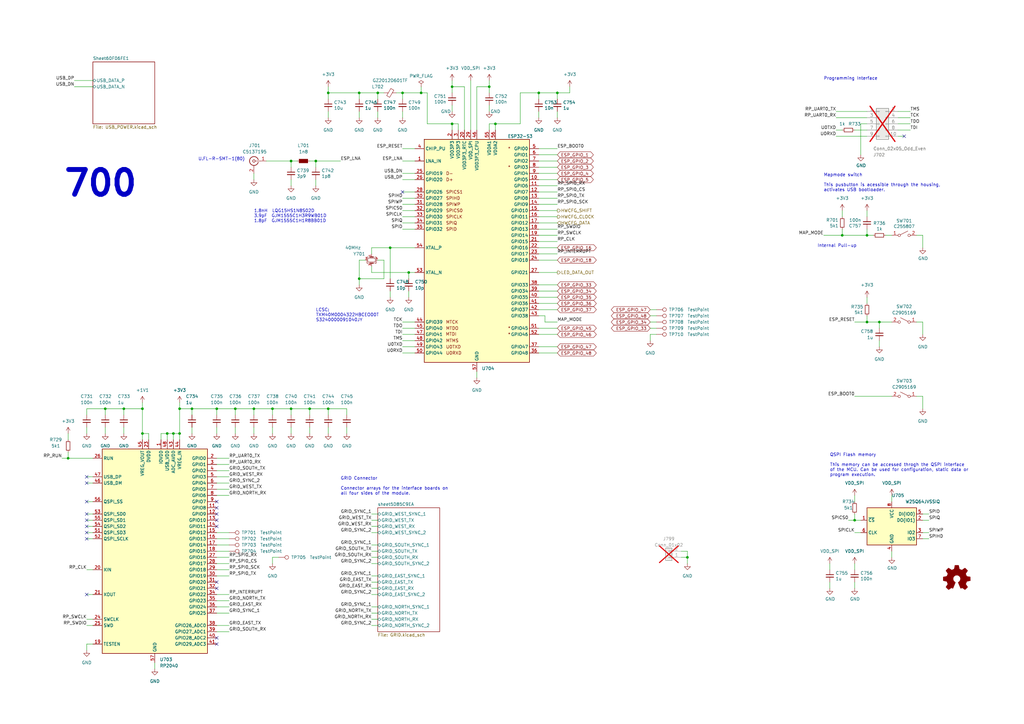
<source format=kicad_sch>
(kicad_sch (version 20230121) (generator eeschema)
  (paper "A3")
  (junction (at 88.9 167.64))
  (junction (at 129.54 66.04))
  (junction (at 220.98 38.1))
  (junction (at 71.12 177.8))
  (junction (at 147.32 38.1))
  (junction (at 58.42 177.8))
  (junction (at 172.72 38.1))
  (junction (at 167.64 111.76))
  (junction (at 73.66 177.8))
  (junction (at 147.32 114.3))
  (junction (at 127 167.64))
  (junction (at 73.66 167.64))
  (junction (at 27.94 187.96))
  (junction (at 185.42 50.8))
  (junction (at 350.52 213.36))
  (junction (at 154.94 38.1))
  (junction (at 160.02 101.6))
  (junction (at 355.6 132.08))
  (junction (at 134.62 167.64))
  (junction (at 50.8 167.64))
  (junction (at 119.38 167.64))
  (junction (at 200.66 35.56))
  (junction (at 68.58 177.8))
  (junction (at 96.52 167.64))
  (junction (at 111.76 167.64))
  (junction (at 43.18 167.64))
  (junction (at 104.14 167.64))
  (junction (at 228.6 38.1))
  (junction (at 134.62 38.1))
  (junction (at 58.42 167.64))
  (junction (at 203.2 50.8))
  (junction (at 185.42 35.56))
  (junction (at 78.74 167.64))
  (junction (at 355.6 96.52))
  (junction (at 360.68 132.08))
  (junction (at 345.44 96.52))
  (junction (at 281.94 228.6))
  (junction (at 119.38 66.04))
  (junction (at 165.1 38.1))
  (no_connect (at 370.84 55.88))
  (no_connect (at 165.1 78.74))
  (no_connect (at 35.56 210.82))
  (no_connect (at 35.56 205.74))
  (no_connect (at 35.56 213.36))
  (no_connect (at 35.56 243.84))
  (no_connect (at 35.56 220.98))
  (no_connect (at 35.56 215.9))
  (no_connect (at 35.56 218.44))
  (no_connect (at 35.56 198.12))
  (no_connect (at 35.56 195.58))
  (no_connect (at 88.9 264.16))
  (no_connect (at 88.9 261.62))
  (no_connect (at 88.9 238.76))
  (no_connect (at 88.9 241.3))
  (no_connect (at 88.9 215.9))
  (no_connect (at 88.9 213.36))
  (no_connect (at 88.9 210.82))
  (no_connect (at 88.9 208.28))
  (no_connect (at 88.9 205.74))
  (wire (pts (xy 73.66 167.64) (xy 78.74 167.64)))
  (wire (pts (xy 355.6 121.92) (xy 355.6 124.46)))
  (wire (pts (xy 35.56 198.12) (xy 38.1 198.12)))
  (wire (pts (xy 88.9 218.44) (xy 93.98 218.44)))
  (wire (pts (xy 213.36 38.1) (xy 220.98 38.1)))
  (wire (pts (xy 119.38 175.26) (xy 119.38 177.8)))
  (wire (pts (xy 58.42 180.34) (xy 58.42 177.8)))
  (wire (pts (xy 27.94 187.96) (xy 38.1 187.96)))
  (wire (pts (xy 165.1 93.98) (xy 170.18 93.98)))
  (wire (pts (xy 203.2 50.8) (xy 203.2 53.34)))
  (wire (pts (xy 360.68 139.7) (xy 360.68 142.24)))
  (wire (pts (xy 167.64 111.76) (xy 167.64 114.3)))
  (wire (pts (xy 228.6 38.1) (xy 220.98 38.1)))
  (wire (pts (xy 73.66 180.34) (xy 73.66 177.8)))
  (wire (pts (xy 154.94 228.6) (xy 152.4 228.6)))
  (wire (pts (xy 127 175.26) (xy 127 177.8)))
  (wire (pts (xy 350.52 162.56) (xy 365.76 162.56)))
  (wire (pts (xy 58.42 177.8) (xy 58.42 167.64)))
  (wire (pts (xy 88.9 231.14) (xy 93.98 231.14)))
  (wire (pts (xy 355.6 93.98) (xy 355.6 96.52)))
  (wire (pts (xy 266.7 134.62) (xy 269.24 134.62)))
  (wire (pts (xy 147.32 38.1) (xy 154.94 38.1)))
  (wire (pts (xy 104.14 175.26) (xy 104.14 177.8)))
  (wire (pts (xy 360.68 132.08) (xy 355.6 132.08)))
  (wire (pts (xy 165.1 137.16) (xy 170.18 137.16)))
  (wire (pts (xy 43.18 167.64) (xy 50.8 167.64)))
  (wire (pts (xy 63.5 271.78) (xy 63.5 274.32)))
  (wire (pts (xy 88.9 226.06) (xy 93.98 226.06)))
  (wire (pts (xy 345.44 53.34) (xy 342.9 53.34)))
  (wire (pts (xy 233.68 35.56) (xy 233.68 38.1)))
  (wire (pts (xy 96.52 170.18) (xy 96.52 167.64)))
  (wire (pts (xy 220.98 106.68) (xy 228.6 106.68)))
  (wire (pts (xy 154.94 218.44) (xy 152.4 218.44)))
  (wire (pts (xy 152.4 104.14) (xy 152.4 101.6)))
  (wire (pts (xy 88.9 220.98) (xy 93.98 220.98)))
  (wire (pts (xy 220.98 63.5) (xy 228.6 63.5)))
  (wire (pts (xy 134.62 45.72) (xy 134.62 48.26)))
  (wire (pts (xy 220.98 119.38) (xy 228.6 119.38)))
  (wire (pts (xy 154.94 106.68) (xy 157.48 106.68)))
  (wire (pts (xy 203.2 50.8) (xy 213.36 50.8)))
  (wire (pts (xy 165.1 86.36) (xy 170.18 86.36)))
  (wire (pts (xy 160.02 101.6) (xy 170.18 101.6)))
  (wire (pts (xy 35.56 195.58) (xy 38.1 195.58)))
  (wire (pts (xy 88.9 246.38) (xy 93.98 246.38)))
  (wire (pts (xy 152.4 111.76) (xy 167.64 111.76)))
  (wire (pts (xy 279.4 228.6) (xy 281.94 228.6)))
  (wire (pts (xy 134.62 175.26) (xy 134.62 177.8)))
  (wire (pts (xy 353.06 50.8) (xy 353.06 63.5)))
  (wire (pts (xy 96.52 175.26) (xy 96.52 177.8)))
  (wire (pts (xy 88.9 248.92) (xy 93.98 248.92)))
  (wire (pts (xy 355.6 86.36) (xy 355.6 88.9)))
  (wire (pts (xy 365.76 203.2) (xy 365.76 205.74)))
  (wire (pts (xy 266.7 132.08) (xy 269.24 132.08)))
  (wire (pts (xy 35.56 210.82) (xy 38.1 210.82)))
  (wire (pts (xy 165.1 38.1) (xy 172.72 38.1)))
  (wire (pts (xy 220.98 144.78) (xy 228.6 144.78)))
  (wire (pts (xy 350.52 203.2) (xy 350.52 205.74)))
  (wire (pts (xy 88.9 187.96) (xy 93.98 187.96)))
  (wire (pts (xy 378.46 162.56) (xy 375.92 162.56)))
  (wire (pts (xy 220.98 88.9) (xy 228.6 88.9)))
  (wire (pts (xy 35.56 220.98) (xy 38.1 220.98)))
  (wire (pts (xy 220.98 101.6) (xy 228.6 101.6)))
  (wire (pts (xy 378.46 218.44) (xy 381 218.44)))
  (wire (pts (xy 154.94 45.72) (xy 154.94 48.26)))
  (wire (pts (xy 35.56 213.36) (xy 38.1 213.36)))
  (wire (pts (xy 172.72 38.1) (xy 175.26 38.1)))
  (wire (pts (xy 88.9 259.08) (xy 93.98 259.08)))
  (wire (pts (xy 337.82 96.52) (xy 345.44 96.52)))
  (wire (pts (xy 35.56 233.68) (xy 38.1 233.68)))
  (wire (pts (xy 195.58 35.56) (xy 195.58 53.34)))
  (wire (pts (xy 104.14 170.18) (xy 104.14 167.64)))
  (wire (pts (xy 165.1 83.82) (xy 170.18 83.82)))
  (wire (pts (xy 147.32 106.68) (xy 149.86 106.68)))
  (wire (pts (xy 220.98 129.54) (xy 223.52 129.54)))
  (wire (pts (xy 88.9 223.52) (xy 93.98 223.52)))
  (wire (pts (xy 167.64 119.38) (xy 167.64 121.92)))
  (wire (pts (xy 68.58 177.8) (xy 71.12 177.8)))
  (wire (pts (xy 187.96 53.34) (xy 187.96 50.8)))
  (wire (pts (xy 345.44 93.98) (xy 345.44 96.52)))
  (wire (pts (xy 350.52 231.14) (xy 350.52 233.68)))
  (wire (pts (xy 154.94 223.52) (xy 152.4 223.52)))
  (wire (pts (xy 172.72 35.56) (xy 172.72 38.1)))
  (wire (pts (xy 88.9 200.66) (xy 93.98 200.66)))
  (wire (pts (xy 378.46 96.52) (xy 378.46 101.6)))
  (wire (pts (xy 165.1 142.24) (xy 170.18 142.24)))
  (wire (pts (xy 223.52 132.08) (xy 228.6 132.08)))
  (wire (pts (xy 111.76 167.64) (xy 119.38 167.64)))
  (wire (pts (xy 152.4 101.6) (xy 160.02 101.6)))
  (wire (pts (xy 35.56 175.26) (xy 35.56 177.8)))
  (wire (pts (xy 165.1 91.44) (xy 170.18 91.44)))
  (wire (pts (xy 154.94 241.3) (xy 152.4 241.3)))
  (wire (pts (xy 58.42 165.1) (xy 58.42 167.64)))
  (wire (pts (xy 228.6 60.96) (xy 220.98 60.96)))
  (wire (pts (xy 147.32 114.3) (xy 147.32 116.84)))
  (wire (pts (xy 134.62 167.64) (xy 142.24 167.64)))
  (wire (pts (xy 220.98 83.82) (xy 228.6 83.82)))
  (wire (pts (xy 109.22 66.04) (xy 119.38 66.04)))
  (wire (pts (xy 165.1 144.78) (xy 170.18 144.78)))
  (wire (pts (xy 88.9 198.12) (xy 93.98 198.12)))
  (wire (pts (xy 350.52 213.36) (xy 347.98 213.36)))
  (wire (pts (xy 88.9 228.6) (xy 93.98 228.6)))
  (wire (pts (xy 35.56 256.54) (xy 38.1 256.54)))
  (wire (pts (xy 375.92 96.52) (xy 378.46 96.52)))
  (wire (pts (xy 350.52 132.08) (xy 355.6 132.08)))
  (wire (pts (xy 213.36 38.1) (xy 213.36 50.8)))
  (wire (pts (xy 88.9 170.18) (xy 88.9 167.64)))
  (wire (pts (xy 378.46 210.82) (xy 381 210.82)))
  (wire (pts (xy 281.94 226.06) (xy 279.4 226.06)))
  (wire (pts (xy 73.66 177.8) (xy 73.66 167.64)))
  (wire (pts (xy 165.1 81.28) (xy 170.18 81.28)))
  (wire (pts (xy 154.94 213.36) (xy 152.4 213.36)))
  (wire (pts (xy 355.6 129.54) (xy 355.6 132.08)))
  (wire (pts (xy 228.6 45.72) (xy 228.6 48.26)))
  (wire (pts (xy 353.06 218.44) (xy 350.52 218.44)))
  (wire (pts (xy 165.1 45.72) (xy 165.1 48.26)))
  (wire (pts (xy 190.5 35.56) (xy 190.5 53.34)))
  (wire (pts (xy 368.3 45.72) (xy 373.38 45.72)))
  (wire (pts (xy 185.42 35.56) (xy 185.42 38.1)))
  (wire (pts (xy 266.7 137.16) (xy 269.24 137.16)))
  (wire (pts (xy 88.9 251.46) (xy 93.98 251.46)))
  (wire (pts (xy 370.84 55.88) (xy 368.3 55.88)))
  (wire (pts (xy 35.56 254) (xy 38.1 254)))
  (wire (pts (xy 165.1 60.96) (xy 170.18 60.96)))
  (wire (pts (xy 142.24 175.26) (xy 142.24 177.8)))
  (wire (pts (xy 43.18 170.18) (xy 43.18 167.64)))
  (wire (pts (xy 88.9 203.2) (xy 93.98 203.2)))
  (wire (pts (xy 129.54 66.04) (xy 127 66.04)))
  (wire (pts (xy 200.66 50.8) (xy 203.2 50.8)))
  (wire (pts (xy 111.76 175.26) (xy 111.76 177.8)))
  (wire (pts (xy 200.66 50.8) (xy 200.66 53.34)))
  (wire (pts (xy 119.38 66.04) (xy 121.92 66.04)))
  (wire (pts (xy 154.94 226.06) (xy 152.4 226.06)))
  (wire (pts (xy 160.02 119.38) (xy 160.02 121.92)))
  (wire (pts (xy 88.9 243.84) (xy 93.98 243.84)))
  (wire (pts (xy 88.9 256.54) (xy 93.98 256.54)))
  (wire (pts (xy 355.6 53.34) (xy 350.52 53.34)))
  (wire (pts (xy 154.94 238.76) (xy 152.4 238.76)))
  (wire (pts (xy 165.1 134.62) (xy 170.18 134.62)))
  (wire (pts (xy 154.94 231.14) (xy 152.4 231.14)))
  (wire (pts (xy 378.46 167.64) (xy 378.46 162.56)))
  (wire (pts (xy 88.9 175.26) (xy 88.9 177.8)))
  (wire (pts (xy 147.32 38.1) (xy 147.32 40.64)))
  (wire (pts (xy 281.94 228.6) (xy 281.94 226.06)))
  (wire (pts (xy 185.42 43.18) (xy 185.42 45.72)))
  (wire (pts (xy 119.38 170.18) (xy 119.38 167.64)))
  (wire (pts (xy 104.14 71.12) (xy 104.14 73.66)))
  (wire (pts (xy 68.58 177.8) (xy 68.58 180.34)))
  (wire (pts (xy 35.56 170.18) (xy 35.56 167.64)))
  (wire (pts (xy 154.94 40.64) (xy 154.94 38.1)))
  (wire (pts (xy 185.42 50.8) (xy 175.26 50.8)))
  (wire (pts (xy 368.3 50.8) (xy 373.38 50.8)))
  (wire (pts (xy 220.98 137.16) (xy 228.6 137.16)))
  (wire (pts (xy 165.1 139.7) (xy 170.18 139.7)))
  (wire (pts (xy 154.94 243.84) (xy 152.4 243.84)))
  (wire (pts (xy 71.12 177.8) (xy 71.12 180.34)))
  (wire (pts (xy 342.9 48.26) (xy 355.6 48.26)))
  (wire (pts (xy 88.9 233.68) (xy 93.98 233.68)))
  (wire (pts (xy 378.46 132.08) (xy 375.92 132.08)))
  (wire (pts (xy 154.94 236.22) (xy 152.4 236.22)))
  (wire (pts (xy 233.68 38.1) (xy 228.6 38.1)))
  (wire (pts (xy 35.56 167.64) (xy 43.18 167.64)))
  (wire (pts (xy 88.9 190.5) (xy 93.98 190.5)))
  (wire (pts (xy 342.9 45.72) (xy 355.6 45.72)))
  (wire (pts (xy 340.36 241.3) (xy 340.36 238.76)))
  (wire (pts (xy 60.96 180.34) (xy 60.96 177.8)))
  (wire (pts (xy 281.94 231.14) (xy 281.94 228.6)))
  (wire (pts (xy 96.52 167.64) (xy 104.14 167.64)))
  (wire (pts (xy 104.14 167.64) (xy 111.76 167.64)))
  (wire (pts (xy 27.94 185.42) (xy 27.94 187.96)))
  (wire (pts (xy 190.5 35.56) (xy 185.42 35.56)))
  (wire (pts (xy 220.98 38.1) (xy 220.98 40.64)))
  (wire (pts (xy 340.36 231.14) (xy 340.36 233.68)))
  (wire (pts (xy 35.56 215.9) (xy 38.1 215.9)))
  (wire (pts (xy 43.18 175.26) (xy 43.18 177.8)))
  (wire (pts (xy 165.1 88.9) (xy 170.18 88.9)))
  (wire (pts (xy 35.56 264.16) (xy 35.56 266.7)))
  (wire (pts (xy 127 167.64) (xy 134.62 167.64)))
  (wire (pts (xy 200.66 35.56) (xy 200.66 38.1)))
  (wire (pts (xy 154.94 256.54) (xy 152.4 256.54)))
  (wire (pts (xy 170.18 71.12) (xy 165.1 71.12)))
  (wire (pts (xy 152.4 210.82) (xy 154.94 210.82)))
  (wire (pts (xy 220.98 127) (xy 228.6 127)))
  (wire (pts (xy 152.4 111.76) (xy 152.4 109.22)))
  (wire (pts (xy 220.98 78.74) (xy 228.6 78.74)))
  (wire (pts (xy 147.32 45.72) (xy 147.32 48.26)))
  (wire (pts (xy 365.76 228.6) (xy 365.76 226.06)))
  (wire (pts (xy 220.98 93.98) (xy 228.6 93.98)))
  (wire (pts (xy 185.42 33.02) (xy 185.42 35.56)))
  (wire (pts (xy 134.62 170.18) (xy 134.62 167.64)))
  (wire (pts (xy 345.44 96.52) (xy 355.6 96.52)))
  (wire (pts (xy 154.94 248.92) (xy 152.4 248.92)))
  (wire (pts (xy 154.94 251.46) (xy 152.4 251.46)))
  (wire (pts (xy 50.8 167.64) (xy 58.42 167.64)))
  (wire (pts (xy 142.24 170.18) (xy 142.24 167.64)))
  (wire (pts (xy 220.98 71.12) (xy 228.6 71.12)))
  (wire (pts (xy 88.9 167.64) (xy 96.52 167.64)))
  (wire (pts (xy 378.46 213.36) (xy 381 213.36)))
  (wire (pts (xy 88.9 236.22) (xy 93.98 236.22)))
  (wire (pts (xy 165.1 78.74) (xy 170.18 78.74)))
  (wire (pts (xy 175.26 38.1) (xy 175.26 50.8)))
  (wire (pts (xy 35.56 243.84) (xy 38.1 243.84)))
  (wire (pts (xy 195.58 35.56) (xy 200.66 35.56)))
  (wire (pts (xy 88.9 193.04) (xy 93.98 193.04)))
  (wire (pts (xy 193.04 33.02) (xy 193.04 53.34)))
  (wire (pts (xy 220.98 134.62) (xy 228.6 134.62)))
  (wire (pts (xy 378.46 220.98) (xy 381 220.98)))
  (wire (pts (xy 129.54 66.04) (xy 139.7 66.04)))
  (wire (pts (xy 220.98 81.28) (xy 228.6 81.28)))
  (wire (pts (xy 353.06 50.8) (xy 355.6 50.8)))
  (wire (pts (xy 25.4 187.96) (xy 27.94 187.96)))
  (wire (pts (xy 266.7 129.54) (xy 269.24 129.54)))
  (wire (pts (xy 119.38 66.04) (xy 119.38 68.58)))
  (wire (pts (xy 228.6 38.1) (xy 228.6 40.64)))
  (wire (pts (xy 373.38 48.26) (xy 368.3 48.26)))
  (wire (pts (xy 50.8 167.64) (xy 50.8 170.18)))
  (wire (pts (xy 170.18 73.66) (xy 165.1 73.66)))
  (wire (pts (xy 157.48 114.3) (xy 147.32 114.3)))
  (wire (pts (xy 147.32 114.3) (xy 147.32 106.68)))
  (wire (pts (xy 129.54 68.58) (xy 129.54 66.04)))
  (wire (pts (xy 35.56 205.74) (xy 38.1 205.74)))
  (wire (pts (xy 160.02 101.6) (xy 160.02 114.3)))
  (wire (pts (xy 220.98 86.36) (xy 228.6 86.36)))
  (wire (pts (xy 373.38 53.34) (xy 368.3 53.34)))
  (wire (pts (xy 78.74 175.26) (xy 78.74 177.8)))
  (wire (pts (xy 220.98 116.84) (xy 228.6 116.84)))
  (wire (pts (xy 71.12 177.8) (xy 73.66 177.8)))
  (wire (pts (xy 220.98 68.58) (xy 228.6 68.58)))
  (wire (pts (xy 345.44 86.36) (xy 345.44 88.9)))
  (wire (pts (xy 134.62 35.56) (xy 134.62 38.1)))
  (wire (pts (xy 350.52 241.3) (xy 350.52 238.76)))
  (wire (pts (xy 200.66 33.02) (xy 200.66 35.56)))
  (wire (pts (xy 266.7 139.7) (xy 266.7 137.16)))
  (wire (pts (xy 220.98 96.52) (xy 228.6 96.52)))
  (wire (pts (xy 195.58 152.4) (xy 195.58 154.94)))
  (wire (pts (xy 365.76 132.08) (xy 360.68 132.08)))
  (wire (pts (xy 38.1 33.02) (xy 30.48 33.02)))
  (wire (pts (xy 220.98 111.76) (xy 228.6 111.76)))
  (wire (pts (xy 78.74 167.64) (xy 88.9 167.64)))
  (wire (pts (xy 127 170.18) (xy 127 167.64)))
  (wire (pts (xy 119.38 73.66) (xy 119.38 76.2)))
  (wire (pts (xy 165.1 66.04) (xy 170.18 66.04)))
  (wire (pts (xy 220.98 142.24) (xy 228.6 142.24)))
  (wire (pts (xy 355.6 96.52) (xy 358.14 96.52)))
  (wire (pts (xy 88.9 195.58) (xy 93.98 195.58)))
  (wire (pts (xy 60.96 177.8) (xy 58.42 177.8)))
  (wire (pts (xy 50.8 175.26) (xy 50.8 177.8)))
  (wire (pts (xy 187.96 50.8) (xy 185.42 50.8)))
  (wire (pts (xy 154.94 38.1) (xy 157.48 38.1)))
  (wire (pts (xy 165.1 38.1) (xy 165.1 40.64)))
  (wire (pts (xy 78.74 167.64) (xy 78.74 170.18)))
  (wire (pts (xy 157.48 106.68) (xy 157.48 114.3)))
  (wire (pts (xy 220.98 73.66) (xy 228.6 73.66)))
  (wire (pts (xy 220.98 99.06) (xy 228.6 99.06)))
  (wire (pts (xy 27.94 177.8) (xy 27.94 180.34)))
  (wire (pts (xy 167.64 111.76) (xy 170.18 111.76)))
  (wire (pts (xy 111.76 170.18) (xy 111.76 167.64)))
  (wire (pts (xy 220.98 45.72) (xy 220.98 48.26)))
  (wire (pts (xy 220.98 124.46) (xy 228.6 124.46)))
  (wire (pts (xy 266.7 127) (xy 269.24 127)))
  (wire (pts (xy 66.04 180.34) (xy 66.04 177.8)))
  (wire (pts (xy 129.54 73.66) (xy 129.54 76.2)))
  (wire (pts (xy 152.4 215.9) (xy 154.94 215.9)))
  (wire (pts (xy 35.56 218.44) (xy 38.1 218.44)))
  (wire (pts (xy 119.38 167.64) (xy 127 167.64)))
  (wire (pts (xy 30.48 35.56) (xy 38.1 35.56)))
  (wire (pts (xy 220.98 66.04) (xy 228.6 66.04)))
  (wire (pts (xy 220.98 91.44) (xy 228.6 91.44)))
  (wire (pts (xy 220.98 121.92) (xy 228.6 121.92)))
  (wire (pts (xy 353.06 213.36) (xy 350.52 213.36)))
  (wire (pts (xy 154.94 254) (xy 152.4 254)))
  (wire (pts (xy 378.46 137.16) (xy 378.46 132.08)))
  (wire (pts (xy 73.66 165.1) (xy 73.66 167.64)))
  (wire (pts (xy 342.9 55.88) (xy 355.6 55.88)))
  (wire (pts (xy 162.56 38.1) (xy 165.1 38.1)))
  (wire (pts (xy 111.76 231.14) (xy 111.76 228.6)))
  (wire (pts (xy 200.66 43.18) (xy 200.66 45.72)))
  (wire (pts (xy 134.62 38.1) (xy 134.62 40.64)))
  (wire (pts (xy 185.42 50.8) (xy 185.42 53.34)))
  (wire (pts (xy 360.68 132.08) (xy 360.68 134.62)))
  (wire (pts (xy 350.52 210.82) (xy 350.52 213.36)))
  (wire (pts (xy 66.04 177.8) (xy 68.58 177.8)))
  (wire (pts (xy 35.56 264.16) (xy 38.1 264.16)))
  (wire (pts (xy 363.22 96.52) (xy 365.76 96.52)))
  (wire (pts (xy 165.1 132.08) (xy 170.18 132.08)))
  (wire (pts (xy 220.98 76.2) (xy 228.6 76.2)))
  (wire (pts (xy 220.98 104.14) (xy 228.6 104.14)))
  (wire (pts (xy 111.76 228.6) (xy 114.3 228.6)))
  (wire (pts (xy 134.62 38.1) (xy 147.32 38.1)))
  (wire (pts (xy 223.52 129.54) (xy 223.52 132.08)))
  (text "Mapmode switch\n\nThis pusbutton is acessible through the housing, \nactivates USB bootloader." (at 337.82 78.74 0) (effects (font (size 1.27 1.27)) (justify left bottom)))
  (text "700" (at 25.4 81.28 0) (effects (font (size 10.16 10.16) (thickness 2.032) bold) (justify left bottom)))
  (text "LCSC:\nTXM40M0004322HBCEO00T\nS3240000091040JY" (at 129.54 132.08 0) (effects (font (size 1.27 1.27)) (justify left bottom)))
  (text "1.8nH  LQG15HS1N8S02D\n3.9pF  GJM1555C1H3R9WB01D\n1.8pF  GJM1555C1H1R8BB01D" (at 104.14 91.44 0) (effects (font (size 1.27 1.27)) (justify left bottom)))
  (text "QSPI Flash memory\n\nThis memory can be accessed throgh the QSPI interface\nof the MCU. Can be used for configuration, static data or\nprogram execution." (at 340.36 195.58 0) (effects (font (size 1.27 1.27)) (justify left bottom)))
  (text "Internal Pull-up" (at 335.28 101.6 0) (effects (font (size 1.27 1.27)) (justify left bottom)))
  (text "GRID Connector\n\nConnector arrays for the interface boards on \nall four sides of the module." (at 139.7 203.2 0) (effects (font (size 1.27 1.27)) (justify left bottom)))
  (text "U.FL-R-SMT-1(80) " (at 81.28 66.04 0) (effects (font (size 1.27 1.27)) (justify left bottom)))
  (text "Programming Interface\n" (at 337.82 33.02 0) (effects (font (size 1.27 1.27)) (justify left bottom)))
  (label "RP_SPI0_CS" (at 93.98 231.14 0))
  (label "GRID_SYNC_1" (at 152.4 223.52 180))
  (label "GRID_EAST_TX" (at 93.98 256.54 0))
  (label "RP_SPI0_RX" (at 93.98 228.6 0))
  (label "GRID_SOUTH_TX" (at 152.4 226.06 180))
  (label "SPICS0" (at 165.1 86.36 180))
  (label "GRID_SYNC_2" (at 152.4 218.44 180))
  (label "GRID_NORTH_TX" (at 93.98 246.38 0))
  (label "GRID_NORTH_TX" (at 152.4 251.46 180))
  (label "GRID_SYNC_2" (at 152.4 256.54 180))
  (label "MAP_MODE" (at 337.82 96.52 180))
  (label "U0TXD" (at 165.1 142.24 180))
  (label "SPICS0" (at 347.98 213.36 180))
  (label "TMS" (at 165.1 139.7 180))
  (label "TCK" (at 165.1 132.08 180))
  (label "GRID_NORTH_RX" (at 93.98 203.2 0))
  (label "RP_SWCLK" (at 35.56 254 180))
  (label "RP_SPI0_RX" (at 228.6 76.2 0))
  (label "GRID_SYNC_1" (at 152.4 210.82 180))
  (label "SPIQ" (at 165.1 91.44 180))
  (label "RP_SPI0_TX" (at 93.98 236.22 0))
  (label "GRID_SYNC_1" (at 152.4 236.22 180))
  (label "U0RXD" (at 165.1 144.78 180))
  (label "TDO" (at 165.1 134.62 180))
  (label "U0RXD" (at 342.9 55.88 180))
  (label "GRID_SOUTH_RX" (at 93.98 259.08 0))
  (label "GRID_SYNC_2" (at 152.4 243.84 180))
  (label "SPIQ" (at 381 213.36 0))
  (label "RP_SPI0_TX" (at 228.6 81.28 0))
  (label "GRID_WEST_RX" (at 152.4 215.9 180))
  (label "GRID_WEST_RX" (at 93.98 195.58 0))
  (label "RP_SWDIO" (at 228.6 93.98 0))
  (label "RP_SWDIO" (at 35.56 256.54 180))
  (label "RP_CLK" (at 35.56 233.68 180))
  (label "RP_SWCLK" (at 228.6 96.52 0))
  (label "RP_SPI0_SCK" (at 93.98 233.68 0))
  (label "RP_UART0_TX" (at 93.98 187.96 0))
  (label "SPID" (at 165.1 93.98 180))
  (label "U0TXD" (at 342.9 53.34 180))
  (label "SPID" (at 381 210.82 0))
  (label "ESP_BOOT0" (at 228.6 60.96 0))
  (label "TDO" (at 373.38 50.8 0))
  (label "TDI" (at 165.1 137.16 180))
  (label "GRID_WEST_TX" (at 93.98 200.66 0))
  (label "RP_INTERRUPT" (at 228.6 104.14 0))
  (label "RP_SPI0_SCK" (at 228.6 83.82 0))
  (label "GRID_EAST_RX" (at 93.98 248.92 0))
  (label "USB_DN" (at 165.1 71.12 180))
  (label "USB_DN" (at 30.48 35.56 180))
  (label "SPIHD" (at 165.1 81.28 180))
  (label "ESP_RESET" (at 165.1 60.96 180))
  (label "TMS" (at 373.38 45.72 0))
  (label "SPIHD" (at 381 220.98 0))
  (label "ESP_LNA" (at 139.7 66.04 0))
  (label "ESP_BOOT0" (at 350.52 162.56 180))
  (label "RP_UART0_TX" (at 342.9 45.72 180))
  (label "RP_INTERRUPT" (at 93.98 243.84 0))
  (label "GRID_EAST_RX" (at 152.4 241.3 180))
  (label "USB_DP" (at 165.1 73.66 180))
  (label "GRID_SOUTH_TX" (at 93.98 193.04 0))
  (label "GRID_EAST_TX" (at 152.4 238.76 180))
  (label "SPICLK" (at 350.52 218.44 180))
  (label "RP_SPI0_CS" (at 228.6 78.74 0))
  (label "RP_UART0_RX" (at 342.9 48.26 180))
  (label "TCK" (at 373.38 48.26 0))
  (label "RP_RUN" (at 25.4 187.96 180))
  (label "RP_CLK" (at 228.6 99.06 0))
  (label "TDI" (at 373.38 53.34 0))
  (label "GRID_SYNC_1" (at 93.98 251.46 0))
  (label "ESP_RESET" (at 350.52 132.08 180))
  (label "GRID_SOUTH_RX" (at 152.4 228.6 180))
  (label "SPIWP" (at 165.1 83.82 180))
  (label "MAP_MODE" (at 228.6 132.08 0))
  (label "USB_DP" (at 30.48 33.02 180))
  (label "SPICLK" (at 165.1 88.9 180))
  (label "ESP_LNA" (at 165.1 66.04 180))
  (label "GRID_SYNC_1" (at 152.4 248.92 180))
  (label "RP_UART0_RX" (at 93.98 190.5 0))
  (label "SPIWP" (at 381 218.44 0))
  (label "GRID_NORTH_RX" (at 152.4 254 180))
  (label "GRID_SYNC_2" (at 93.98 198.12 0))
  (label "GRID_SYNC_2" (at 152.4 231.14 180))
  (label "GRID_WEST_TX" (at 152.4 213.36 180))
  (global_label "ESP_GPIO_33" (shape bidirectional) (at 228.6 116.84 0) (property "Intersheetrefs" "${INTERSHEET_REFS}" (effects hide)))
  (global_label "ESP_GPIO_16" (shape bidirectional) (at 228.6 101.6 0) (property "Intersheetrefs" "${INTERSHEET_REFS}" (effects hide)))
  (global_label "ESP_GPIO_34" (shape bidirectional) (at 266.7 132.08 180) (property "Intersheetrefs" "${INTERSHEET_REFS}" (effects hide)))
  (global_label "ESP_GPIO_47" (shape bidirectional) (at 266.7 127 180) (property "Intersheetrefs" "${INTERSHEET_REFS}" (effects hide)))
  (global_label "ESP_GPIO_48" (shape bidirectional) (at 228.6 144.78 0) (property "Intersheetrefs" "${INTERSHEET_REFS}" (effects hide)))
  (global_label "ESP_GPIO_2" (shape bidirectional) (at 228.6 66.04 0) (property "Intersheetrefs" "${INTERSHEET_REFS}" (effects hide)))
  (global_label "ESP_GPIO_4" (shape bidirectional) (at 228.6 71.12 0) (property "Intersheetrefs" "${INTERSHEET_REFS}" (effects hide)))
  (global_label "ESP_GPIO_1" (shape bidirectional) (at 228.6 63.5 0) (property "Intersheetrefs" "${INTERSHEET_REFS}" (effects hide)))
  (global_label "ESP_GPIO_45" (shape bidirectional) (at 228.6 134.62 0) (property "Intersheetrefs" "${INTERSHEET_REFS}" (effects hide)))
  (global_label "ESP_GPIO_36" (shape bidirectional) (at 228.6 124.46 0) (property "Intersheetrefs" "${INTERSHEET_REFS}" (effects hide)))
  (global_label "ESP_GPIO_18" (shape bidirectional) (at 228.6 106.68 0) (property "Intersheetrefs" "${INTERSHEET_REFS}" (effects hide)))
  (global_label "ESP_GPIO_5" (shape bidirectional) (at 228.6 73.66 0) (property "Intersheetrefs" "${INTERSHEET_REFS}" (effects hide)))
  (global_label "ESP_GPIO_46" (shape bidirectional) (at 228.6 137.16 0) (property "Intersheetrefs" "${INTERSHEET_REFS}" (effects hide)))
  (global_label "ESP_GPIO_48" (shape bidirectional) (at 266.7 129.54 180) (property "Intersheetrefs" "${INTERSHEET_REFS}" (effects hide)))
  (global_label "ESP_GPIO_33" (shape bidirectional) (at 266.7 134.62 180) (property "Intersheetrefs" "${INTERSHEET_REFS}" (effects hide)))
  (global_label "ESP_GPIO_35" (shape bidirectional) (at 228.6 121.92 0) (property "Intersheetrefs" "${INTERSHEET_REFS}" (effects hide)))
  (global_label "ESP_GPIO_34" (shape bidirectional) (at 228.6 119.38 0) (property "Intersheetrefs" "${INTERSHEET_REFS}" (effects hide)))
  (global_label "ESP_GPIO_3" (shape bidirectional) (at 228.6 68.58 0) (property "Intersheetrefs" "${INTERSHEET_REFS}" (effects hide)))
  (global_label "ESP_GPIO_47" (shape bidirectional) (at 228.6 142.24 0) (property "Intersheetrefs" "${INTERSHEET_REFS}" (effects hide)))
  (global_label "ESP_GPIO_37" (shape bidirectional) (at 228.6 127 0) (property "Intersheetrefs" "${INTERSHEET_REFS}" (effects hide)))
  (hierarchical_label "HWCFG_CLOCK" (shape output) (at 228.6 88.9 0))
  (hierarchical_label "HWCFG_DATA" (shape input) (at 228.6 91.44 0))
  (hierarchical_label "HWCFG_SHIFT" (shape output) (at 228.6 86.36 0))
  (hierarchical_label "LED_DATA_OUT" (shape output) (at 228.6 111.76 0))
  (symbol (lib_id "suku_basics:U_FLASH_W25Q16JVSSIQ") (at 365.76 215.9 0) (unit 1)
    (property "Reference" "U705" (at 368.3 203.2 0))
    (property "Value" "W25Q64JVSSIQ" (at 378.46 205.74 0))
    (property "Footprint" "suku_basics:SOIC-8W_FLASH" (effects hide))
    (property "Datasheet" "http://www.winbond.com/resource-files/w25q32jv%20revg%2003272018%20plus.pdf" (effects hide))
  )
  (symbol (lib_id "suku_basics:CAP") (at 350.52 236.22 0) (unit 1)
    (property "Reference" "C756" (at 352.8568 235.0516 0) (effects (justify left)))
    (property "Value" "100n" (at 352.8568 237.363 0) (effects (justify left)))
    (property "Footprint" "suku_basics:CAP_0402" (effects hide))
  )
  (symbol (lib_id "power:GND") (at 365.76 228.6 0) (unit 1)
    (property "Reference" "#PWR0843" (effects hide))
    (property "Value" "GND" (at 365.887 232.9942 0))
  )
  (symbol (lib_id "power:GND") (at 350.52 241.3 0) (unit 1)
    (property "Reference" "#PWR0838" (effects hide))
    (property "Value" "GND" (at 350.647 245.6942 0))
  )
  (symbol (lib_id "Switch:SW_SPST") (at 370.84 96.52 0) (unit 1)
    (property "Reference" "SW701" (at 370.84 90.551 0))
    (property "Value" "C255807" (at 370.84 92.8624 0))
    (property "Footprint" "suku_basics:SW_HYP_MAPMODE" (effects hide))
  )
  (symbol (lib_id "suku_basics:RES") (at 360.68 96.52 270) (unit 1)
    (property "Reference" "R736" (at 360.68 91.5416 90))
    (property "Value" "1k" (at 360.68 93.853 90))
    (property "Footprint" "suku_basics:RES_0402" (effects hide))
  )
  (symbol (lib_id "power:GND") (at 378.46 101.6 0) (unit 1)
    (property "Reference" "#PWR0844" (effects hide))
    (property "Value" "GND" (at 378.587 105.9942 0))
  )
  (symbol (lib_id "suku_basics:CAP") (at 355.6 91.44 180) (unit 1)
    (property "Reference" "C757" (at 353.2632 92.6084 0) (effects (justify left)))
    (property "Value" "100n" (at 353.2632 90.297 0) (effects (justify left)))
    (property "Footprint" "suku_basics:CAP_0402" (effects hide))
  )
  (symbol (lib_id "Connector:TestPoint") (at 269.24 137.16 270) (unit 1)
    (property "Reference" "TP710" (at 274.32 137.16 90) (effects (justify left)))
    (property "Value" "TestPoint" (at 281.94 137.16 90) (effects (justify left)))
    (property "Footprint" "TestPoint:TestPoint_Pad_1.0x1.0mm" (effects hide))
  )
  (symbol (lib_id "Connector:TestPoint") (at 93.98 226.06 270) (unit 1)
    (property "Reference" "TP704" (at 99.06 226.06 90) (effects (justify left)))
    (property "Value" "TestPoint" (at 106.68 226.06 90) (effects (justify left)))
    (property "Footprint" "TestPoint:TestPoint_Pad_D1.0mm" (effects hide))
  )
  (symbol (lib_id "suku_basics:CAP") (at 142.24 172.72 0) (unit 1)
    (property "Reference" "C745" (at 139.7 162.56 0) (effects (justify left)))
    (property "Value" "100n" (at 139.7 165.1 0) (effects (justify left)))
    (property "Footprint" "suku_basics:CAP_0402" (effects hide))
  )
  (symbol (lib_id "suku_basics:CAP") (at 200.66 40.64 0) (unit 1)
    (property "Reference" "C752" (at 202.9968 39.4716 0) (effects (justify left)))
    (property "Value" "100n" (at 202.9968 41.783 0) (effects (justify left)))
    (property "Footprint" "suku_basics:CAP_0402" (effects hide))
  )
  (symbol (lib_id "power:GND") (at 63.5 274.32 0) (unit 1)
    (property "Reference" "#PWR0799" (effects hide))
    (property "Value" "GND" (at 63.5 279.4 0))
  )
  (symbol (lib_id "power:GND") (at 43.18 177.8 0) (unit 1)
    (property "Reference" "#PWR0796" (effects hide))
    (property "Value" "GND" (at 43.18 182.88 0))
  )
  (symbol (lib_id "power:+3V3") (at 355.6 121.92 0) (unit 1)
    (property "Reference" "#PWR0835" (effects hide))
    (property "Value" "+3V3" (at 355.6 116.84 0))
  )
  (symbol (lib_id "suku_basics:VDD_SPI") (at 365.76 203.2 0) (unit 1)
    (property "Reference" "#PWR0842" (effects hide))
    (property "Value" "VDD_SPI" (at 365.76 198.12 0))
  )
  (symbol (lib_id "suku_basics:CAP") (at 111.76 172.72 0) (unit 1)
    (property "Reference" "C738" (at 109.22 162.56 0) (effects (justify left)))
    (property "Value" "100n" (at 109.22 165.1 0) (effects (justify left)))
    (property "Footprint" "suku_basics:CAP_0402" (effects hide))
  )
  (symbol (lib_id "suku_basics:RP2040") (at 63.5 226.06 0) (unit 1)
    (property "Reference" "U703" (at 65.5194 270.51 0) (effects (justify left)))
    (property "Value" "RP2040" (at 65.5194 273.05 0) (effects (justify left)))
    (property "Footprint" "suku_basics:RP2040_QFN-56-1EP_7x7mm_P0.4mm_EP3.2x3.2mm" (effects hide))
    (property "Datasheet" "https://datasheets.raspberrypi.com/rp2040/rp2040-datasheet.pdf" (effects hide))
  )
  (symbol (lib_id "power:GND") (at 195.58 154.94 0) (unit 1)
    (property "Reference" "#PWR0825" (effects hide))
    (property "Value" "GND" (at 195.58 160.02 0))
  )
  (symbol (lib_id "Connector:TestPoint") (at 93.98 223.52 270) (unit 1)
    (property "Reference" "TP703" (at 99.06 223.52 90) (effects (justify left)))
    (property "Value" "TestPoint" (at 106.68 223.52 90) (effects (justify left)))
    (property "Footprint" "TestPoint:TestPoint_Pad_D1.0mm" (effects hide))
  )
  (symbol (lib_id "suku_basics:CAP") (at 165.1 43.18 0) (unit 1)
    (property "Reference" "C749" (at 167.4368 42.0116 0) (effects (justify left)))
    (property "Value" "100n" (at 167.4368 44.323 0) (effects (justify left)))
    (property "Footprint" "suku_basics:CAP_0402" (effects hide))
  )
  (symbol (lib_id "power:GND") (at 35.56 266.7 0) (unit 1)
    (property "Reference" "#PWR0795" (effects hide))
    (property "Value" "GND" (at 35.56 271.78 0))
  )
  (symbol (lib_id "Switch:SW_SPST") (at 370.84 132.08 0) (mirror y) (unit 1)
    (property "Reference" "SW702" (at 370.84 125.73 0))
    (property "Value" "C2905169" (at 370.84 128.27 0))
    (property "Footprint" "Button_Switch_SMD:SW_SPST_CK_RS282G05A3" (effects hide))
  )
  (symbol (lib_id "suku_basics:CAP") (at 78.74 172.72 0) (unit 1)
    (property "Reference" "C734" (at 76.2 162.56 0) (effects (justify left)))
    (property "Value" "1u" (at 76.2 165.1 0) (effects (justify left)))
    (property "Footprint" "suku_basics:CAP_0402" (effects hide))
  )
  (symbol (lib_id "power:GND") (at 340.36 241.3 0) (unit 1)
    (property "Reference" "#PWR0834" (effects hide))
    (property "Value" "GND" (at 340.487 245.6942 0))
  )
  (symbol (lib_id "suku_basics:CAP") (at 35.56 172.72 0) (unit 1)
    (property "Reference" "C731" (at 33.02 162.56 0) (effects (justify left)))
    (property "Value" "100n" (at 33.02 165.1 0) (effects (justify left)))
    (property "Footprint" "suku_basics:CAP_0402" (effects hide))
  )
  (symbol (lib_id "suku_basics:INDUCTOR") (at 124.46 66.04 90) (unit 1)
    (property "Reference" "L701" (at 124.46 59.69 90))
    (property "Value" "1n8" (at 124.46 62.23 90))
    (property "Footprint" "suku_basics:IND_0402" (effects hide))
  )
  (symbol (lib_id "suku_basics:CAP") (at 147.32 43.18 0) (unit 1)
    (property "Reference" "C746" (at 149.6568 42.0116 0) (effects (justify left)))
    (property "Value" "1u" (at 149.6568 44.323 0) (effects (justify left)))
    (property "Footprint" "suku_basics:CAP_0402" (effects hide))
  )
  (symbol (lib_id "power:GND") (at 134.62 177.8 0) (unit 1)
    (property "Reference" "#PWR0814" (effects hide))
    (property "Value" "GND" (at 134.62 182.88 0))
  )
  (symbol (lib_id "power:GND") (at 165.1 48.26 0) (unit 1)
    (property "Reference" "#PWR0820" (effects hide))
    (property "Value" "GND" (at 165.1 53.34 0))
  )
  (symbol (lib_id "Connector:TestPoint") (at 269.24 132.08 270) (unit 1)
    (property "Reference" "TP708" (at 274.32 132.08 90) (effects (justify left)))
    (property "Value" "TestPoint" (at 281.94 132.08 90) (effects (justify left)))
    (property "Footprint" "TestPoint:TestPoint_Pad_D1.0mm" (effects hide))
  )
  (symbol (lib_id "Connector:TestPoint") (at 269.24 129.54 270) (unit 1)
    (property "Reference" "TP707" (at 274.32 129.54 90) (effects (justify left)))
    (property "Value" "TestPoint" (at 281.94 129.54 90) (effects (justify left)))
    (property "Footprint" "TestPoint:TestPoint_Pad_D1.0mm" (effects hide))
  )
  (symbol (lib_id "power:GND") (at 104.14 177.8 0) (unit 1)
    (property "Reference" "#PWR0805" (effects hide))
    (property "Value" "GND" (at 104.14 182.88 0))
  )
  (symbol (lib_id "power:GND") (at 147.32 116.84 0) (unit 1)
    (property "Reference" "#PWR0817" (effects hide))
    (property "Value" "GND" (at 147.32 121.92 0))
  )
  (symbol (lib_id "suku_basics:OSHWA") (at 392.43 237.49 0) (unit 1) (in_bom no)
    (property "Reference" "LOGO701" (effects hide))
    (property "Value" "OSHWA" (effects hide))
    (property "Footprint" "suku_basics:OSHWA" (effects hide))
  )
  (symbol (lib_id "suku_basics:CAP") (at 119.38 172.72 0) (unit 1)
    (property "Reference" "C740" (at 116.84 162.56 0) (effects (justify left)))
    (property "Value" "100n" (at 116.84 165.1 0) (effects (justify left)))
    (property "Footprint" "suku_basics:CAP_0402" (effects hide))
  )
  (symbol (lib_id "power:GND") (at 78.74 177.8 0) (unit 1)
    (property "Reference" "#PWR0801" (effects hide))
    (property "Value" "GND" (at 78.74 182.88 0))
  )
  (symbol (lib_id "power:GND") (at 104.14 73.66 0) (unit 1)
    (property "Reference" "#PWR0804" (effects hide))
    (property "Value" "GND" (at 104.14 78.74 0))
  )
  (symbol (lib_id "power:GND") (at 200.66 45.72 0) (unit 1)
    (property "Reference" "#PWR0827" (effects hide))
    (property "Value" "GND" (at 203.2 45.72 0))
  )
  (symbol (lib_id "suku_basics:CAP") (at 167.64 116.84 0) (unit 1)
    (property "Reference" "C750" (at 170.18 115.5762 0) (effects (justify left)))
    (property "Value" "10p" (at 170.18 118.1162 0) (effects (justify left)))
    (property "Footprint" "suku_basics:CAP_0402" (effects hide))
  )
  (symbol (lib_id "suku_basics:ESP32_XTAL") (at 152.4 106.68 270) (unit 1)
    (property "Reference" "Y701" (at 147.32 104.14 90))
    (property "Value" "40MHz" (at 144.78 101.6 90))
    (property "Footprint" "Crystal:Crystal_SMD_Abracon_ABM8G-4Pin_3.2x2.5mm" (effects hide))
  )
  (symbol (lib_id "power:GND") (at 142.24 177.8 0) (unit 1)
    (property "Reference" "#PWR0815" (effects hide))
    (property "Value" "GND" (at 142.24 182.88 0))
  )
  (symbol (lib_id "power:GND") (at 353.06 63.5 0) (unit 1)
    (property "Reference" "#PWR0839" (effects hide))
    (property "Value" "GND" (at 353.187 67.8942 0))
  )
  (symbol (lib_id "suku_basics:CAP") (at 134.62 43.18 0) (unit 1)
    (property "Reference" "C743" (at 136.9568 42.0116 0) (effects (justify left)))
    (property "Value" "10u" (at 136.9568 44.323 0) (effects (justify left)))
    (property "Footprint" "suku_basics:CAP_0402" (effects hide))
  )
  (symbol (lib_id "Connector_Generic:Conn_02x05_Odd_Even") (at 360.68 50.8 0) (unit 1) (in_bom no) (dnp yes)
    (property "Reference" "J702" (at 358.14 63.5 0) (effects (justify left)))
    (property "Value" "Conn_02x05_Odd_Even" (at 358.14 60.96 0) (effects (justify left)))
    (property "Footprint" "Connector_PinHeader_1.27mm:PinHeader_2x05_P1.27mm_Vertical" (effects hide))
  )
  (symbol (lib_id "power:GND") (at 228.6 48.26 0) (unit 1)
    (property "Reference" "#PWR0829" (effects hide))
    (property "Value" "GND" (at 228.6 53.34 0))
  )
  (symbol (lib_id "power:GND") (at 147.32 48.26 0) (unit 1)
    (property "Reference" "#PWR0816" (effects hide))
    (property "Value" "GND" (at 147.32 53.34 0))
  )
  (symbol (lib_id "suku_basics:RES") (at 345.44 91.44 0) (mirror y) (unit 1)
    (property "Reference" "R701" (at 343.9414 90.2716 0) (effects (justify left)))
    (property "Value" "5k1" (at 343.9414 92.583 0) (effects (justify left)))
    (property "Footprint" "suku_basics:RES_0402" (effects hide))
  )
  (symbol (lib_id "power:+3V3") (at 355.6 86.36 0) (unit 1)
    (property "Reference" "#PWR0840" (effects hide))
    (property "Value" "+3V3" (at 355.6 81.28 0))
  )
  (symbol (lib_id "suku_basics:VDD_SPI") (at 350.52 203.2 0) (unit 1)
    (property "Reference" "#PWR0836" (effects hide))
    (property "Value" "VDD_SPI" (at 350.52 198.12 0))
  )
  (symbol (lib_id "suku_basics:CAP") (at 129.54 71.12 0) (unit 1)
    (property "Reference" "C742" (at 131.8768 69.9516 0) (effects (justify left)))
    (property "Value" "1p8" (at 131.8768 72.263 0) (effects (justify left)))
    (property "Footprint" "suku_basics:CAP_0402" (effects hide))
  )
  (symbol (lib_id "suku_basics:CAP") (at 88.9 172.72 0) (unit 1)
    (property "Reference" "C735" (at 86.36 162.56 0) (effects (justify left)))
    (property "Value" "100n" (at 86.36 165.1 0) (effects (justify left)))
    (property "Footprint" "suku_basics:CAP_0402" (effects hide))
  )
  (symbol (lib_id "Connector_Generic:Conn_01x02") (at 274.32 228.6 180) (unit 1) (in_bom no) (dnp yes)
    (property "Reference" "J799" (at 274.32 220.98 0))
    (property "Value" "Conn_01x02" (at 274.32 223.52 0))
    (property "Footprint" "suku_basics:OscilloscopeGround" (effects hide))
    (instances (project "PCBA-EN16" (path "" (reference "J799") (unit 1))) (project "MIDI_Host" (path "" (reference "J3") (unit 1))))
  )
  (symbol (lib_id "suku_basics:CAP") (at 50.8 172.72 0) (unit 1)
    (property "Reference" "C733" (at 48.26 162.56 0) (effects (justify left)))
    (property "Value" "1u" (at 48.26 165.1 0) (effects (justify left)))
    (property "Footprint" "suku_basics:CAP_0402" (effects hide))
  )
  (symbol (lib_id "power:GND") (at 88.9 177.8 0) (unit 1)
    (property "Reference" "#PWR0802" (effects hide))
    (property "Value" "GND" (at 88.9 182.88 0))
  )
  (symbol (lib_id "power:+3V3") (at 73.66 165.1 0) (unit 1)
    (property "Reference" "#PWR0800" (effects hide))
    (property "Value" "+3V3" (at 73.66 160.02 0))
  )
  (symbol (lib_id "power:GND") (at 220.98 48.26 0) (unit 1)
    (property "Reference" "#PWR0828" (effects hide))
    (property "Value" "GND" (at 220.98 53.34 0))
  )
  (symbol (lib_id "power:+3V3") (at 27.94 177.8 0) (unit 1)
    (property "Reference" "#PWR0793" (effects hide))
    (property "Value" "+3V3" (at 27.94 172.72 0))
  )
  (symbol (lib_id "power:GND") (at 119.38 177.8 0) (unit 1)
    (property "Reference" "#PWR0809" (effects hide))
    (property "Value" "GND" (at 119.38 182.88 0))
  )
  (symbol (lib_id "power:GND") (at 378.46 137.16 0) (mirror y) (unit 1)
    (property "Reference" "#PWR0845" (effects hide))
    (property "Value" "GND" (at 378.46 142.24 0))
  )
  (symbol (lib_id "power:GND") (at 96.52 177.8 0) (unit 1)
    (property "Reference" "#PWR0803" (effects hide))
    (property "Value" "GND" (at 96.52 182.88 0))
  )
  (symbol (lib_id "suku_basics:CAP") (at 154.94 43.18 0) (unit 1)
    (property "Reference" "C747" (at 157.2768 42.0116 0) (effects (justify left)))
    (property "Value" "100n" (at 157.2768 44.323 0) (effects (justify left)))
    (property "Footprint" "suku_basics:CAP_0402" (effects hide))
  )
  (symbol (lib_id "Connector:TestPoint") (at 114.3 228.6 270) (unit 1)
    (property "Reference" "TP705" (at 119.38 228.6 90) (effects (justify left)))
    (property "Value" "TestPoint" (at 127 228.6 90) (effects (justify left)))
    (property "Footprint" "TestPoint:TestPoint_Pad_1.0x1.0mm" (effects hide))
  )
  (symbol (lib_id "suku_basics:CAP") (at 43.18 172.72 0) (unit 1)
    (property "Reference" "C732" (at 40.64 162.56 0) (effects (justify left)))
    (property "Value" "100n" (at 40.64 165.1 0) (effects (justify left)))
    (property "Footprint" "suku_basics:CAP_0402" (effects hide))
  )
  (symbol (lib_id "power:+3V3") (at 200.66 33.02 0) (unit 1)
    (property "Reference" "#PWR0826" (effects hide))
    (property "Value" "+3V3" (at 200.66 27.94 0))
  )
  (symbol (lib_id "power:GND") (at 127 177.8 0) (unit 1)
    (property "Reference" "#PWR0810" (effects hide))
    (property "Value" "GND" (at 127 182.88 0))
  )
  (symbol (lib_id "suku_basics:VDD_SPI") (at 193.04 33.02 0) (unit 1)
    (property "Reference" "#PWR0824" (effects hide))
    (property "Value" "VDD_SPI" (at 193.04 27.94 0))
  )
  (symbol (lib_id "Connector:TestPoint") (at 93.98 220.98 270) (unit 1)
    (property "Reference" "TP702" (at 99.06 220.98 90) (effects (justify left)))
    (property "Value" "TestPoint" (at 106.68 220.98 90) (effects (justify left)))
    (property "Footprint" "TestPoint:TestPoint_Pad_D1.0mm" (effects hide))
  )
  (symbol (lib_id "power:GND") (at 111.76 177.8 0) (unit 1)
    (property "Reference" "#PWR0806" (effects hide))
    (property "Value" "GND" (at 111.76 182.88 0))
  )
  (symbol (lib_id "power:GND") (at 266.7 139.7 0) (unit 1)
    (property "Reference" "#PWR0831" (effects hide))
    (property "Value" "GND" (at 266.7 144.78 0))
  )
  (symbol (lib_id "power:GND") (at 360.68 142.24 0) (mirror y) (unit 1)
    (property "Reference" "#PWR0841" (effects hide))
    (property "Value" "GND" (at 360.68 147.32 0))
  )
  (symbol (lib_id "power:GND") (at 50.8 177.8 0) (unit 1)
    (property "Reference" "#PWR0797" (effects hide))
    (property "Value" "GND" (at 50.8 182.88 0))
  )
  (symbol (lib_id "Connector:TestPoint") (at 269.24 127 270) (unit 1)
    (property "Reference" "TP706" (at 274.32 127 90) (effects (justify left)))
    (property "Value" "TestPoint" (at 281.94 127 90) (effects (justify left)))
    (property "Footprint" "TestPoint:TestPoint_Pad_D1.0mm" (effects hide))
  )
  (symbol (lib_id "suku_basics:CAP") (at 104.14 172.72 0) (unit 1)
    (property "Reference" "C737" (at 101.6 162.56 0) (effects (justify left)))
    (property "Value" "100n" (at 101.6 165.1 0) (effects (justify left)))
    (property "Footprint" "suku_basics:CAP_0402" (effects hide))
  )
  (symbol (lib_id "power:GND") (at 281.94 231.14 0) (unit 1)
    (property "Reference" "#PWR01058" (effects hide))
    (property "Value" "GND" (at 281.94 236.22 0))
    (instances (project "PCBA-EN16" (path "" (reference "#PWR01058") (unit 1))) (project "MIDI_Host" (path "" (reference "#PWR094") (unit 1))))
  )
  (symbol (lib_id "suku_basics:CAP") (at 360.68 137.16 0) (mirror y) (unit 1)
    (property "Reference" "C758" (at 358.14 135.8962 0) (effects (justify left)))
    (property "Value" "1u" (at 358.14 138.4362 0) (effects (justify left)))
    (property "Footprint" "suku_basics:CAP_0402" (effects hide))
  )
  (symbol (lib_id "suku_basics:CAP") (at 220.98 43.18 0) (unit 1)
    (property "Reference" "C753" (at 223.3168 42.0116 0) (effects (justify left)))
    (property "Value" "10n" (at 223.3168 44.323 0) (effects (justify left)))
    (property "Footprint" "suku_basics:CAP_0402" (effects hide))
  )
  (symbol (lib_id "power:GND") (at 160.02 121.92 0) (unit 1)
    (property "Reference" "#PWR0819" (effects hide))
    (property "Value" "GND" (at 160.02 127 0))
  )
  (symbol (lib_id "Connector:TestPoint") (at 93.98 218.44 270) (unit 1)
    (property "Reference" "TP701" (at 99.06 218.44 90) (effects (justify left)))
    (property "Value" "TestPoint" (at 106.68 218.44 90) (effects (justify left)))
    (property "Footprint" "TestPoint:TestPoint_Pad_D1.0mm" (effects hide))
  )
  (symbol (lib_id "power:GND") (at 111.76 231.14 0) (unit 1)
    (property "Reference" "#PWR0807" (effects hide))
    (property "Value" "GND" (at 111.76 236.22 0))
  )
  (symbol (lib_id "suku_basics:FERRIT") (at 160.02 38.1 270) (unit 1)
    (property "Reference" "L702" (at 154.94 35.56 90))
    (property "Value" "GZ2012D601TF" (at 160.02 33.02 90))
    (property "Footprint" "suku_basics:FERRIT_0805" (effects hide))
  )
  (symbol (lib_id "suku_basics:CAP") (at 185.42 40.64 0) (mirror y) (unit 1)
    (property "Reference" "C751" (at 183.0832 39.4716 0) (effects (justify left)))
    (property "Value" "100n" (at 183.0832 41.783 0) (effects (justify left)))
    (property "Footprint" "suku_basics:CAP_0402" (effects hide))
  )
  (symbol (lib_id "power:GND") (at 154.94 48.26 0) (unit 1)
    (property "Reference" "#PWR0818" (effects hide))
    (property "Value" "GND" (at 154.94 53.34 0))
  )
  (symbol (lib_id "suku_basics:ESP32-S3") (at 195.58 99.06 0) (unit 1)
    (property "Reference" "U704" (at 197.5994 151.13 0) (effects (justify left)))
    (property "Value" "ESP32-S3" (at 213.36 55.88 0))
    (property "Footprint" "suku_basics:QFN-56-1EP_7x7mm_P0.4mm_EP3.2x3.2mm" (effects hide))
    (property "Datasheet" "https://www.espressif.com/sites/default/files/documentation/esp32-s3_datasheet_en.pdf" (effects hide))
  )
  (symbol (lib_id "suku_basics:VDD_SPI") (at 340.36 231.14 0) (unit 1)
    (property "Reference" "#PWR0833" (effects hide))
    (property "Value" "VDD_SPI" (at 340.36 226.06 0))
  )
  (symbol (lib_id "power:GND") (at 35.56 177.8 0) (unit 1)
    (property "Reference" "#PWR0794" (effects hide))
    (property "Value" "GND" (at 35.56 182.88 0))
  )
  (symbol (lib_id "suku_basics:CAP") (at 340.36 236.22 0) (unit 1)
    (property "Reference" "C755" (at 342.6968 235.0516 0) (effects (justify left)))
    (property "Value" "1u" (at 342.6968 237.363 0) (effects (justify left)))
    (property "Footprint" "suku_basics:CAP_0402" (effects hide))
  )
  (symbol (lib_id "suku_basics:RES") (at 350.52 208.28 0) (unit 1)
    (property "Reference" "R734" (at 347.98 205.74 0))
    (property "Value" "5k1" (at 347.98 208.28 0))
    (property "Footprint" "suku_basics:RES_0402" (effects hide))
  )
  (symbol (lib_id "power:GND") (at 378.46 167.64 0) (mirror y) (unit 1)
    (property "Reference" "#PWR0846" (effects hide))
    (property "Value" "GND" (at 378.46 172.72 0))
  )
  (symbol (lib_id "power:+3V3") (at 345.44 86.36 0) (unit 1)
    (property "Reference" "#PWR01105" (effects hide))
    (property "Value" "+3V3" (at 345.44 81.28 0))
  )
  (symbol (lib_id "suku_basics:CAP") (at 160.02 116.84 0) (unit 1)
    (property "Reference" "C748" (at 162.56 115.5762 0) (effects (justify left)))
    (property "Value" "10p" (at 162.56 118.1162 0) (effects (justify left)))
    (property "Footprint" "suku_basics:CAP_0402" (effects hide))
  )
  (symbol (lib_id "power:GND") (at 167.64 121.92 0) (unit 1)
    (property "Reference" "#PWR0821" (effects hide))
    (property "Value" "GND" (at 167.64 127 0))
  )
  (symbol (lib_id "suku_basics:VDD_SPI") (at 350.52 231.14 0) (unit 1)
    (property "Reference" "#PWR0837" (effects hide))
    (property "Value" "VDD_SPI" (at 350.52 226.06 0))
  )
  (symbol (lib_id "Switch:SW_SPST") (at 370.84 162.56 0) (mirror y) (unit 1)
    (property "Reference" "SW703" (at 370.84 156.21 0))
    (property "Value" "C2905169" (at 370.84 158.75 0))
    (property "Footprint" "Button_Switch_SMD:SW_SPST_CK_RS282G05A3" (effects hide))
  )
  (symbol (lib_id "Connector:TestPoint") (at 269.24 134.62 270) (unit 1)
    (property "Reference" "TP709" (at 274.32 134.62 90) (effects (justify left)))
    (property "Value" "TestPoint" (at 281.94 134.62 90) (effects (justify left)))
    (property "Footprint" "TestPoint:TestPoint_Pad_D1.0mm" (effects hide))
  )
  (symbol (lib_id "power:+3V3") (at 233.68 35.56 0) (unit 1)
    (property "Reference" "#PWR0830" (effects hide))
    (property "Value" "+3V3" (at 233.68 30.48 0))
  )
  (symbol (lib_id "power:GND") (at 129.54 76.2 0) (unit 1)
    (property "Reference" "#PWR0811" (effects hide))
    (property "Value" "GND" (at 129.54 81.28 0))
  )
  (symbol (lib_id "suku_basics:RES") (at 355.6 127 0) (mirror y) (unit 1)
    (property "Reference" "R735" (at 354.1014 125.8316 0) (effects (justify left)))
    (property "Value" "5k1" (at 354.1014 128.143 0) (effects (justify left)))
    (property "Footprint" "suku_basics:RES_0402" (effects hide))
  )
  (symbol (lib_id "suku_basics:CAP") (at 119.38 71.12 0) (unit 1)
    (property "Reference" "C739" (at 121.7168 69.9516 0) (effects (justify left)))
    (property "Value" "3p9" (at 121.7168 72.263 0) (effects (justify left)))
    (property "Footprint" "suku_basics:CAP_0402" (effects hide))
  )
  (symbol (lib_id "suku_basics:CAP") (at 134.62 172.72 0) (unit 1)
    (property "Reference" "C744" (at 132.08 162.56 0) (effects (justify left)))
    (property "Value" "100n" (at 132.08 165.1 0) (effects (justify left)))
    (property "Footprint" "suku_basics:CAP_0402" (effects hide))
  )
  (symbol (lib_id "power:GND") (at 119.38 76.2 0) (unit 1)
    (property "Reference" "#PWR0808" (effects hide))
    (property "Value" "GND" (at 119.38 81.28 0))
  )
  (symbol (lib_id "power:PWR_FLAG") (at 172.72 35.56 0) (unit 1)
    (property "Reference" "#FLG0701" (effects hide))
    (property "Value" "PWR_FLAG" (at 172.72 31.1658 0))
  )
  (symbol (lib_id "suku_basics:RES") (at 27.94 182.88 0) (unit 1)
    (property "Reference" "R729" (at 22.86 180.34 0))
    (property "Value" "5k1" (at 22.86 182.88 0))
    (property "Footprint" "suku_basics:RES_0402" (effects hide))
  )
  (symbol (lib_id "power:+3V3") (at 134.62 35.56 0) (unit 1)
    (property "Reference" "#PWR0812" (effects hide))
    (property "Value" "+3V3" (at 134.62 30.48 0))
  )
  (symbol (lib_id "power:GND") (at 134.62 48.26 0) (unit 1)
    (property "Reference" "#PWR0813" (effects hide))
    (property "Value" "GND" (at 134.62 53.34 0))
  )
  (symbol (lib_id "power:GND") (at 185.42 45.72 0) (mirror y) (unit 1)
    (property "Reference" "#PWR0823" (effects hide))
    (property "Value" "GND" (at 182.88 45.72 0))
  )
  (symbol (lib_id "Connector:Conn_Coaxial") (at 104.14 66.04 0) (mirror y) (unit 1)
    (property "Reference" "J701" (at 104.4574 59.69 0))
    (property "Value" "C5137195" (at 104.4574 62.23 0))
    (property "Footprint" "Connector_Coaxial:U.FL_Molex_MCRF_73412-0110_Vertical" (effects hide))
    (property "Datasheet" " ~" (effects hide))
  )
  (symbol (lib_id "power:+3V3") (at 185.42 33.02 0) (unit 1)
    (property "Reference" "#PWR0822" (effects hide))
    (property "Value" "+3V3" (at 185.42 27.94 0))
  )
  (symbol (lib_id "suku_basics:CAP") (at 127 172.72 0) (unit 1)
    (property "Reference" "C741" (at 124.46 162.56 0) (effects (justify left)))
    (property "Value" "100n" (at 124.46 165.1 0) (effects (justify left)))
    (property "Footprint" "suku_basics:CAP_0402" (effects hide))
  )
  (symbol (lib_id "power:+1V1") (at 58.42 165.1 0) (unit 1)
    (property "Reference" "#PWR0798" (effects hide))
    (property "Value" "+1V1" (at 58.42 160.02 0))
  )
  (symbol (lib_id "suku_basics:CAP") (at 228.6 43.18 0) (unit 1)
    (property "Reference" "C754" (at 230.9368 42.0116 0) (effects (justify left)))
    (property "Value" "1u" (at 230.9368 44.323 0) (effects (justify left)))
    (property "Footprint" "suku_basics:CAP_0402" (effects hide))
  )
  (symbol (lib_id "suku_basics:RES") (at 347.98 53.34 270) (unit 1)
    (property "Reference" "R733" (at 350.52 50.8 90))
    (property "Value" "1k" (at 345.44 50.8 90))
    (property "Footprint" "suku_basics:RES_0402" (effects hide))
  )
  (symbol (lib_id "suku_basics:CAP") (at 96.52 172.72 0) (unit 1)
    (property "Reference" "C736" (at 93.98 162.56 0) (effects (justify left)))
    (property "Value" "100n" (at 93.98 165.1 0) (effects (justify left)))
    (property "Footprint" "suku_basics:CAP_0402" (effects hide))
  )
  (sheet (at 154.94 208.28) (size 25.4 50.8)
    (property "Sheetname" "sheet5D85C9EA" (at 154.94 207.5684 0) (effects (justify left bottom)))
    (property "Sheetfile" "GRID.kicad_sch" (at 154.94 259.6646 0) (effects (justify left top)))
    (pin "GRID_WEST_SYNC_1" bidirectional (at 154.94 210.82 180))
    (pin "GRID_WEST_TX" bidirectional (at 154.94 213.36 180))
    (pin "GRID_WEST_RX" bidirectional (at 154.94 215.9 180))
    (pin "GRID_WEST_SYNC_2" bidirectional (at 154.94 218.44 180))
    (pin "GRID_EAST_SYNC_1" bidirectional (at 154.94 236.22 180))
    (pin "GRID_EAST_TX" bidirectional (at 154.94 238.76 180))
    (pin "GRID_EAST_RX" bidirectional (at 154.94 241.3 180))
    (pin "GRID_EAST_SYNC_2" bidirectional (at 154.94 243.84 180))
    (pin "GRID_NORTH_SYNC_1" bidirectional (at 154.94 248.92 180))
    (pin "GRID_NORTH_TX" bidirectional (at 154.94 251.46 180))
    (pin "GRID_NORTH_RX" bidirectional (at 154.94 254 180))
    (pin "GRID_NORTH_SYNC_2" bidirectional (at 154.94 256.54 180))
    (pin "GRID_SOUTH_SYNC_1" bidirectional (at 154.94 223.52 180))
    (pin "GRID_SOUTH_TX" bidirectional (at 154.94 226.06 180))
    (pin "GRID_SOUTH_RX" bidirectional (at 154.94 228.6 180))
    (pin "GRID_SOUTH_SYNC_2" bidirectional (at 154.94 231.14 180))
  )
  (sheet (at 38.1 25.4) (size 25.4 25.4)
    (property "Sheetname" "Sheet60F06FE1" (at 38.1 24.6884 0) (effects (justify left bottom)))
    (property "Sheetfile" "USB_POWER.kicad_sch" (at 38.1 51.3846 0) (effects (justify left top)))
    (pin "USB_DATA_P" bidirectional (at 38.1 33.02 180))
    (pin "USB_DATA_N" bidirectional (at 38.1 35.56 180))
  )
)
</source>
